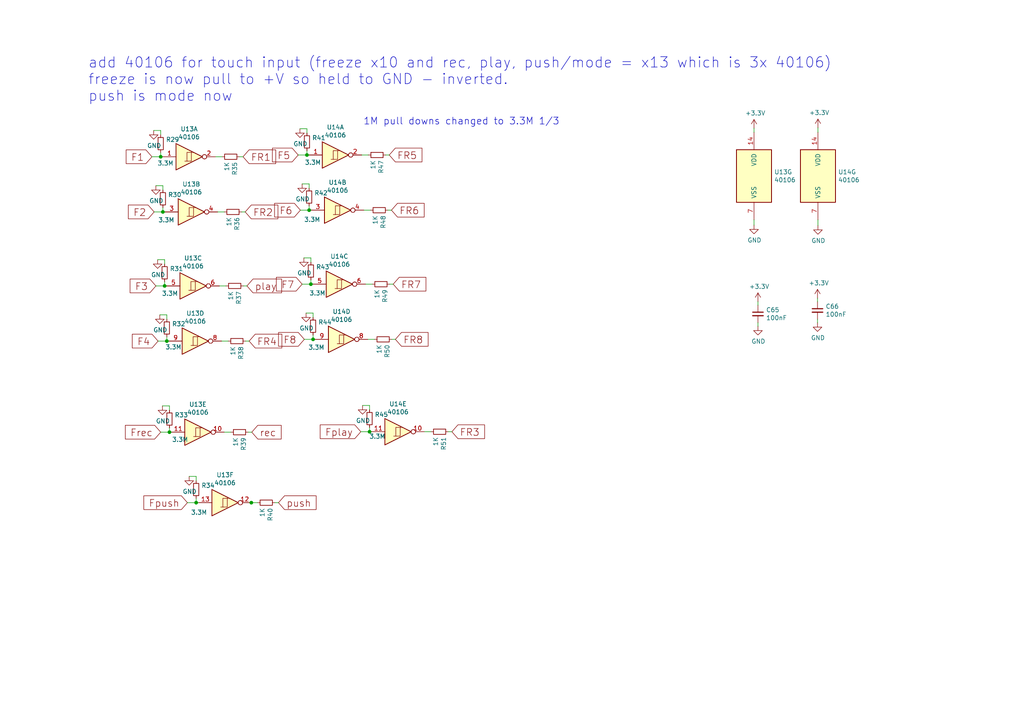
<source format=kicad_sch>
(kicad_sch (version 20211123) (generator eeschema)
  (paper "A4")
  (lib_symbols
    (symbol "4xxx:40106" (pin_names (offset 1.016))
      (property "Reference" "U" (at 0 1.27 0))
      (property "Value" "40106" (at 0 -1.27 0))
      (symbol "40106_1_0"
        (polyline (pts (xy -0.635 -1.27) (xy -0.635 1.27) (xy 0.635 1.27)))
        (polyline (pts (xy -3.81 3.81) (xy -3.81 -3.81) (xy 3.81 0) (xy -3.81 3.81)) (stroke (width 0.254)) (fill (type background)))
        (polyline (pts (xy -1.27 -1.27) (xy 0.635 -1.27) (xy 0.635 1.27) (xy 1.27 1.27)))
        (pin input line (at -7.62 0 0) (length 3.81) (name "~") (number "1"))
        (pin output inverted (at 7.62 0 180) (length 3.81) (name "~") (number "2"))
      )
      (symbol "40106_2_0"
        (polyline (pts (xy -0.635 -1.27) (xy -0.635 1.27) (xy 0.635 1.27)))
        (polyline (pts (xy -3.81 3.81) (xy -3.81 -3.81) (xy 3.81 0) (xy -3.81 3.81)) (stroke (width 0.254)) (fill (type background)))
        (polyline (pts (xy -1.27 -1.27) (xy 0.635 -1.27) (xy 0.635 1.27) (xy 1.27 1.27)))
        (pin input line (at -7.62 0 0) (length 3.81) (name "~") (number "3"))
        (pin output inverted (at 7.62 0 180) (length 3.81) (name "~") (number "4"))
      )
      (symbol "40106_3_0"
        (polyline (pts (xy -0.635 -1.27) (xy -0.635 1.27) (xy 0.635 1.27)))
        (polyline (pts (xy -3.81 3.81) (xy -3.81 -3.81) (xy 3.81 0) (xy -3.81 3.81)) (stroke (width 0.254)) (fill (type background)))
        (polyline (pts (xy -1.27 -1.27) (xy 0.635 -1.27) (xy 0.635 1.27) (xy 1.27 1.27)))
        (pin input line (at -7.62 0 0) (length 3.81) (name "~") (number "5"))
        (pin output inverted (at 7.62 0 180) (length 3.81) (name "~") (number "6"))
      )
      (symbol "40106_4_0"
        (polyline (pts (xy -0.635 -1.27) (xy -0.635 1.27) (xy 0.635 1.27)))
        (polyline (pts (xy -3.81 3.81) (xy -3.81 -3.81) (xy 3.81 0) (xy -3.81 3.81)) (stroke (width 0.254)) (fill (type background)))
        (polyline (pts (xy -1.27 -1.27) (xy 0.635 -1.27) (xy 0.635 1.27) (xy 1.27 1.27)))
        (pin output inverted (at 7.62 0 180) (length 3.81) (name "~") (number "8"))
        (pin input line (at -7.62 0 0) (length 3.81) (name "~") (number "9"))
      )
      (symbol "40106_5_0"
        (polyline (pts (xy -0.635 -1.27) (xy -0.635 1.27) (xy 0.635 1.27)))
        (polyline (pts (xy -3.81 3.81) (xy -3.81 -3.81) (xy 3.81 0) (xy -3.81 3.81)) (stroke (width 0.254)) (fill (type background)))
        (polyline (pts (xy -1.27 -1.27) (xy 0.635 -1.27) (xy 0.635 1.27) (xy 1.27 1.27)))
        (pin output inverted (at 7.62 0 180) (length 3.81) (name "~") (number "10"))
        (pin input line (at -7.62 0 0) (length 3.81) (name "~") (number "11"))
      )
      (symbol "40106_6_0"
        (polyline (pts (xy -0.635 -1.27) (xy -0.635 1.27) (xy 0.635 1.27)))
        (polyline (pts (xy -3.81 3.81) (xy -3.81 -3.81) (xy 3.81 0) (xy -3.81 3.81)) (stroke (width 0.254)) (fill (type background)))
        (polyline (pts (xy -1.27 -1.27) (xy 0.635 -1.27) (xy 0.635 1.27) (xy 1.27 1.27)))
        (pin output inverted (at 7.62 0 180) (length 3.81) (name "~") (number "12"))
        (pin input line (at -7.62 0 0) (length 3.81) (name "~") (number "13"))
      )
      (symbol "40106_7_0"
        (pin power_in line (at 0 12.7 270) (length 5.08) (name "VDD") (number "14"))
        (pin power_in line (at 0 -12.7 90) (length 5.08) (name "VSS") (number "7"))
      )
      (symbol "40106_7_1"
        (rectangle (start -5.08 7.62) (end 5.08 -7.62) (stroke (width 0.254)) (fill (type background)))
      )
    )
    (symbol "Device:C_Small" (pin_numbers hide) (pin_names (offset 0.254) hide)
      (property "Reference" "C" (at 0.254 1.778 0))
      (property "Value" "C_Small" (at 0.254 -2.032 0))
      (symbol "C_Small_0_1"
        (polyline (pts (xy -1.524 -0.508) (xy 1.524 -0.508)) (stroke (width 0.3302)))
        (polyline (pts (xy -1.524 0.508) (xy 1.524 0.508)) (stroke (width 0.3048)))
      )
      (symbol "C_Small_1_1"
        (pin passive line (at 0 2.54 270) (length 2.032) (name "~") (number "1"))
        (pin passive line (at 0 -2.54 90) (length 2.032) (name "~") (number "2"))
      )
    )
    (symbol "Device:R_Small" (pin_numbers hide) (pin_names (offset 0.254) hide)
      (property "Reference" "R" (at 0.762 0.508 0))
      (property "Value" "R_Small" (at 0.762 -1.016 0))
      (symbol "R_Small_0_1"
        (rectangle (start -0.762 1.778) (end 0.762 -1.778) (stroke (width 0.2032)))
      )
      (symbol "R_Small_1_1"
        (pin passive line (at 0 2.54 270) (length 0.762) (name "~") (number "1"))
        (pin passive line (at 0 -2.54 90) (length 0.762) (name "~") (number "2"))
      )
    )
    (symbol "power:+3.3V" (power) (pin_names (offset 0))
      (property "Value" "+3.3V" (at 0 3.556 0))
      (symbol "+3.3V_0_1"
        (polyline (pts (xy -0.762 1.27) (xy 0 2.54)))
        (polyline (pts (xy 0 0) (xy 0 2.54)))
        (polyline (pts (xy 0 2.54) (xy 0.762 1.27)))
      )
      (symbol "+3.3V_1_1"
        (pin power_in line (at 0 0 90) (length 0) hide (name "+3.3V") (number "1"))
      )
    )
    (symbol "power:GND" (power) (pin_names (offset 0))
      (property "Value" "GND" (at 0 -3.81 0))
      (symbol "GND_0_1"
        (polyline (pts (xy 0 0) (xy 0 -1.27) (xy 1.27 -1.27) (xy 0 -2.54) (xy -1.27 -1.27) (xy 0 -1.27)))
      )
      (symbol "GND_1_1"
        (pin power_in line (at 0 0 270) (length 0) hide (name "GND") (number "1"))
      )
    )
  )
  (junction (at 89.027 44.958))
  (junction (at 90.17 82.423))
  (junction (at 49.149 125.349))
  (junction (at 89.662 60.96))
  (junction (at 56.896 145.796))
  (junction (at 46.609 45.466))
  (junction (at 47.244 61.468))
  (junction (at 72.898 145.796))
  (junction (at 47.752 82.931))
  (junction (at 107.188 125.222))
  (junction (at 90.805 98.425))
  (junction (at 48.387 98.933))
  (wire (pts (xy 111.887 44.958) (xy 112.903 44.958)))
  (wire (pts (xy 124.968 125.222) (xy 123.063 125.222)))
  (wire (pts (xy 106.807 44.958) (xy 104.902 44.958)))
  (wire (pts (xy 46.609 44.196) (xy 46.609 45.466)))
  (wire (pts (xy 47.752 81.661) (xy 47.752 82.931)))
  (wire (pts (xy 107.442 60.96) (xy 105.537 60.96)))
  (wire (pts (xy 90.17 81.153) (xy 90.17 82.423)))
  (wire (pts (xy 107.188 123.952) (xy 107.188 125.222)))
  (wire (pts (xy 47.244 53.848) (xy 47.244 55.118)))
  (wire (pts (xy 74.676 145.796) (xy 72.898 145.796)))
  (wire (pts (xy 89.662 59.69) (xy 89.662 60.96)))
  (wire (pts (xy 49.149 125.349) (xy 49.784 125.349)))
  (wire (pts (xy 107.188 125.222) (xy 104.648 125.222)))
  (wire (pts (xy 47.752 82.931) (xy 48.387 82.931)))
  (wire (pts (xy 86.995 37.338) (xy 89.027 37.338)))
  (wire (pts (xy 56.896 144.526) (xy 56.896 145.796)))
  (wire (pts (xy 49.149 125.349) (xy 46.609 125.349)))
  (wire (pts (xy 56.896 138.176) (xy 56.896 139.446)))
  (wire (pts (xy 108.585 98.425) (xy 106.68 98.425)))
  (wire (pts (xy 89.027 37.338) (xy 89.027 38.608)))
  (wire (pts (xy 105.156 117.602) (xy 107.188 117.602)))
  (wire (pts (xy 56.896 145.796) (xy 57.658 145.796)))
  (wire (pts (xy 47.244 60.198) (xy 47.244 61.468)))
  (wire (pts (xy 66.167 98.933) (xy 64.262 98.933)))
  (wire (pts (xy 89.027 44.958) (xy 89.662 44.958)))
  (wire (pts (xy 89.027 44.958) (xy 86.487 44.958)))
  (wire (pts (xy 47.752 82.931) (xy 45.212 82.931)))
  (wire (pts (xy 49.149 124.079) (xy 49.149 125.349)))
  (wire (pts (xy 237.109 92.583) (xy 237.109 93.599)))
  (wire (pts (xy 47.244 61.468) (xy 44.704 61.468)))
  (wire (pts (xy 72.898 145.796) (xy 72.771 145.796)))
  (wire (pts (xy 88.138 74.803) (xy 90.17 74.803)))
  (wire (pts (xy 47.244 61.468) (xy 47.879 61.468)))
  (wire (pts (xy 218.694 63.754) (xy 218.694 65.278)))
  (wire (pts (xy 130.048 125.222) (xy 131.064 125.222)))
  (wire (pts (xy 107.188 117.602) (xy 107.188 118.872)))
  (wire (pts (xy 66.929 125.349) (xy 65.024 125.349)))
  (wire (pts (xy 219.837 93.599) (xy 219.837 94.615)))
  (wire (pts (xy 71.247 98.933) (xy 72.263 98.933)))
  (wire (pts (xy 237.236 63.754) (xy 237.236 65.405)))
  (wire (pts (xy 90.17 82.423) (xy 87.63 82.423)))
  (wire (pts (xy 65.024 61.468) (xy 63.119 61.468)))
  (wire (pts (xy 72.009 125.349) (xy 73.025 125.349)))
  (wire (pts (xy 89.662 60.96) (xy 87.122 60.96)))
  (wire (pts (xy 45.72 75.311) (xy 47.752 75.311)))
  (wire (pts (xy 70.104 61.468) (xy 71.12 61.468)))
  (wire (pts (xy 46.609 45.466) (xy 47.244 45.466)))
  (wire (pts (xy 107.188 125.222) (xy 107.823 125.222)))
  (wire (pts (xy 237.109 86.487) (xy 237.109 87.503)))
  (wire (pts (xy 90.805 98.425) (xy 88.265 98.425)))
  (wire (pts (xy 49.149 117.729) (xy 49.149 118.999)))
  (wire (pts (xy 87.63 53.34) (xy 89.662 53.34)))
  (wire (pts (xy 90.805 90.805) (xy 90.805 92.075)))
  (wire (pts (xy 90.805 97.155) (xy 90.805 98.425)))
  (wire (pts (xy 219.837 87.503) (xy 219.837 88.519)))
  (wire (pts (xy 56.896 145.796) (xy 54.356 145.796)))
  (wire (pts (xy 112.522 60.96) (xy 113.538 60.96)))
  (wire (pts (xy 237.236 37.084) (xy 237.236 38.354)))
  (wire (pts (xy 46.355 91.313) (xy 48.387 91.313)))
  (wire (pts (xy 218.694 37.211) (xy 218.694 38.354)))
  (wire (pts (xy 113.665 98.425) (xy 114.681 98.425)))
  (wire (pts (xy 54.864 138.176) (xy 56.896 138.176)))
  (wire (pts (xy 48.387 98.933) (xy 45.847 98.933)))
  (wire (pts (xy 47.117 117.729) (xy 49.149 117.729)))
  (wire (pts (xy 65.532 82.931) (xy 63.627 82.931)))
  (wire (pts (xy 113.03 82.423) (xy 114.046 82.423)))
  (wire (pts (xy 47.752 75.311) (xy 47.752 76.581)))
  (wire (pts (xy 45.212 53.848) (xy 47.244 53.848)))
  (wire (pts (xy 88.773 90.805) (xy 90.805 90.805)))
  (wire (pts (xy 107.95 82.423) (xy 106.045 82.423)))
  (wire (pts (xy 89.662 60.96) (xy 90.297 60.96)))
  (wire (pts (xy 48.387 91.313) (xy 48.387 92.583)))
  (wire (pts (xy 90.17 82.423) (xy 90.805 82.423)))
  (wire (pts (xy 79.756 145.796) (xy 80.772 145.796)))
  (wire (pts (xy 70.612 82.931) (xy 71.628 82.931)))
  (wire (pts (xy 48.387 98.933) (xy 49.022 98.933)))
  (wire (pts (xy 69.469 45.466) (xy 70.485 45.466)))
  (wire (pts (xy 90.805 98.425) (xy 91.44 98.425)))
  (wire (pts (xy 46.609 45.466) (xy 44.069 45.466)))
  (wire (pts (xy 48.387 97.663) (xy 48.387 98.933)))
  (wire (pts (xy 44.577 37.846) (xy 46.609 37.846)))
  (wire (pts (xy 90.17 74.803) (xy 90.17 76.073)))
  (wire (pts (xy 46.609 37.846) (xy 46.609 39.116)))
  (wire (pts (xy 64.389 45.466) (xy 62.484 45.466)))
  (wire (pts (xy 89.662 53.34) (xy 89.662 54.61)))
  (wire (pts (xy 89.027 43.688) (xy 89.027 44.958)))
  (text "1M pull downs changed to 3.3M 1/3" (at 105.3592 36.4744 0) (effects (font (size 2.0066 2.0066)) (justify left bottom)))
  (text "add 40106 for touch input (freeze x10 and rec, play, push/mode = x13 which is 3x 40106)\nfreeze is now pull to +V so held to GND - inverted.\npush is mode now" (at 25.527 29.718 0) (effects (font (size 2.9972 2.9972)) (justify left bottom)))
  (global_label "FR4" (shape input) (at 72.263 98.933 0) (effects (font (size 2.0066 2.0066))) (property "Intersheet References" "${INTERSHEET_REFS}" (effects hide)))
  (global_label "FR8" (shape input) (at 114.681 98.425 0) (effects (font (size 2.0066 2.0066))) (property "Intersheet References" "${INTERSHEET_REFS}" (effects hide)))
  (global_label "F5" (shape input) (at 86.487 44.958 180) (effects (font (size 2.0066 2.0066))) (property "Intersheet References" "${INTERSHEET_REFS}" (effects hide)))
  (global_label "FR2" (shape input) (at 71.12 61.468 0) (effects (font (size 2.0066 2.0066))) (property "Intersheet References" "${INTERSHEET_REFS}" (effects hide)))
  (global_label "FR3" (shape input) (at 131.064 125.222 0) (effects (font (size 2.0066 2.0066))) (property "Intersheet References" "${INTERSHEET_REFS}" (effects hide)))
  (global_label "F7" (shape input) (at 87.63 82.423 180) (effects (font (size 2.0066 2.0066))) (property "Intersheet References" "${INTERSHEET_REFS}" (effects hide)))
  (global_label "FR1" (shape input) (at 70.485 45.466 0) (effects (font (size 2.0066 2.0066))) (property "Intersheet References" "${INTERSHEET_REFS}" (effects hide)))
  (global_label "FR6" (shape input) (at 113.538 60.96 0) (effects (font (size 2.0066 2.0066))) (property "Intersheet References" "${INTERSHEET_REFS}" (effects hide)))
  (global_label "Frec" (shape input) (at 46.609 125.349 180) (effects (font (size 2.0066 2.0066))) (property "Intersheet References" "${INTERSHEET_REFS}" (effects hide)))
  (global_label "play" (shape input) (at 71.628 82.931 0) (effects (font (size 2.0066 2.0066))) (property "Intersheet References" "${INTERSHEET_REFS}" (effects hide)))
  (global_label "Fpush" (shape input) (at 54.356 145.796 180) (effects (font (size 2.0066 2.0066))) (property "Intersheet References" "${INTERSHEET_REFS}" (effects hide)))
  (global_label "push" (shape input) (at 80.772 145.796 0) (effects (font (size 2.0066 2.0066))) (property "Intersheet References" "${INTERSHEET_REFS}" (effects hide)))
  (global_label "F6" (shape input) (at 87.122 60.96 180) (effects (font (size 2.0066 2.0066))) (property "Intersheet References" "${INTERSHEET_REFS}" (effects hide)))
  (global_label "Fplay" (shape input) (at 104.648 125.222 180) (effects (font (size 2.0066 2.0066))) (property "Intersheet References" "${INTERSHEET_REFS}" (effects hide)))
  (global_label "FR5" (shape input) (at 112.903 44.958 0) (effects (font (size 2.0066 2.0066))) (property "Intersheet References" "${INTERSHEET_REFS}" (effects hide)))
  (global_label "F4" (shape input) (at 45.847 98.933 180) (effects (font (size 2.0066 2.0066))) (property "Intersheet References" "${INTERSHEET_REFS}" (effects hide)))
  (global_label "FR7" (shape input) (at 114.046 82.423 0) (effects (font (size 2.0066 2.0066))) (property "Intersheet References" "${INTERSHEET_REFS}" (effects hide)))
  (global_label "F1" (shape input) (at 44.069 45.466 180) (effects (font (size 2.0066 2.0066))) (property "Intersheet References" "${INTERSHEET_REFS}" (effects hide)))
  (global_label "F3" (shape input) (at 45.212 82.931 180) (effects (font (size 2.0066 2.0066))) (property "Intersheet References" "${INTERSHEET_REFS}" (effects hide)))
  (global_label "F2" (shape input) (at 44.704 61.468 180) (effects (font (size 2.0066 2.0066))) (property "Intersheet References" "${INTERSHEET_REFS}" (effects hide)))
  (global_label "rec" (shape input) (at 73.025 125.349 0) (effects (font (size 2.0066 2.0066))) (property "Intersheet References" "${INTERSHEET_REFS}" (effects hide)))
  (global_label "F8" (shape input) (at 88.265 98.425 180) (effects (font (size 2.0066 2.0066))) (property "Intersheet References" "${INTERSHEET_REFS}" (effects hide)))
  (symbol (lib_id "Device:R_Small") (at 46.609 41.656 0) (unit 1)
    (property "Reference" "R29" (at 48.1076 40.4876 0) (effects (justify left)))
    (property "Value" "3.3M" (at 45.6692 47.3456 0) (effects (justify left)))
    (property "Footprint" "Resistors_SMD:R_0805" (effects hide))
  )
  (symbol (lib_id "4xxx:40106") (at 54.864 45.466 0) (unit 1)
    (property "Reference" "U13" (at 54.864 37.4142 0))
    (property "Value" "40106" (at 54.864 39.7256 0))
    (property "Footprint" "Housings_SOIC:SOIC-14_3.9x8.7mm_Pitch1.27mm" (effects hide))
    (property "Datasheet" "http://www.nxp.com/documents/data_sheet/HEF40106B.pdf" (effects hide))
  )
  (symbol (lib_id "Device:R_Small") (at 66.929 45.466 270) (unit 1)
    (property "Reference" "R35" (at 68.0974 46.9646 0) (effects (justify left)))
    (property "Value" "1K" (at 65.786 46.9646 0) (effects (justify left)))
    (property "Footprint" "Resistors_SMD:R_0805" (effects hide))
  )
  (symbol (lib_id "Device:R_Small") (at 47.244 57.658 0) (unit 1)
    (property "Reference" "R30" (at 48.7426 56.4896 0) (effects (justify left)))
    (property "Value" "3.3M" (at 45.8724 63.8048 0) (effects (justify left)))
    (property "Footprint" "Resistors_SMD:R_0805" (effects hide))
  )
  (symbol (lib_id "Device:R_Small") (at 67.564 61.468 270) (unit 1)
    (property "Reference" "R36" (at 68.7324 62.9666 0) (effects (justify left)))
    (property "Value" "1K" (at 66.421 62.9666 0) (effects (justify left)))
    (property "Footprint" "Resistors_SMD:R_0805" (effects hide))
  )
  (symbol (lib_id "Device:R_Small") (at 47.752 79.121 0) (unit 1)
    (property "Reference" "R31" (at 49.2506 77.9526 0) (effects (justify left)))
    (property "Value" "3.3M" (at 46.9392 85.1154 0) (effects (justify left)))
    (property "Footprint" "Resistors_SMD:R_0805" (effects hide))
  )
  (symbol (lib_id "Device:R_Small") (at 68.072 82.931 270) (unit 1)
    (property "Reference" "R37" (at 69.2404 84.4296 0) (effects (justify left)))
    (property "Value" "1K" (at 66.929 84.4296 0) (effects (justify left)))
    (property "Footprint" "Resistors_SMD:R_0805" (effects hide))
  )
  (symbol (lib_id "Device:R_Small") (at 48.387 95.123 0) (unit 1)
    (property "Reference" "R32" (at 49.8856 93.9546 0) (effects (justify left)))
    (property "Value" "3.3M" (at 47.9552 100.6602 0) (effects (justify left)))
    (property "Footprint" "Resistors_SMD:R_0805" (effects hide))
  )
  (symbol (lib_id "Device:R_Small") (at 68.707 98.933 270) (unit 1)
    (property "Reference" "R38" (at 69.8754 100.4316 0) (effects (justify left)))
    (property "Value" "1K" (at 67.564 100.4316 0) (effects (justify left)))
    (property "Footprint" "Resistors_SMD:R_0805" (effects hide))
  )
  (symbol (lib_id "Device:R_Small") (at 89.027 41.148 0) (unit 1)
    (property "Reference" "R41" (at 90.5256 39.9796 0) (effects (justify left)))
    (property "Value" "3.3M" (at 88.392 47.117 0) (effects (justify left)))
    (property "Footprint" "Resistors_SMD:R_0805" (effects hide))
  )
  (symbol (lib_id "Device:R_Small") (at 109.347 44.958 270) (unit 1)
    (property "Reference" "R47" (at 110.5154 46.4566 0) (effects (justify left)))
    (property "Value" "1K" (at 108.204 46.4566 0) (effects (justify left)))
    (property "Footprint" "Resistors_SMD:R_0805" (effects hide))
  )
  (symbol (lib_id "Device:R_Small") (at 89.662 57.15 0) (unit 1)
    (property "Reference" "R42" (at 91.1606 55.9816 0) (effects (justify left)))
    (property "Value" "3.3M" (at 88.1888 63.6778 0) (effects (justify left)))
    (property "Footprint" "Resistors_SMD:R_0805" (effects hide))
  )
  (symbol (lib_id "Device:R_Small") (at 109.982 60.96 270) (unit 1)
    (property "Reference" "R48" (at 111.1504 62.4586 0) (effects (justify left)))
    (property "Value" "1K" (at 108.839 62.4586 0) (effects (justify left)))
    (property "Footprint" "Resistors_SMD:R_0805" (effects hide))
  )
  (symbol (lib_id "Device:R_Small") (at 90.17 78.613 0) (unit 1)
    (property "Reference" "R43" (at 91.6686 77.4446 0) (effects (justify left)))
    (property "Value" "3.3M" (at 89.7128 85.0138 0) (effects (justify left)))
    (property "Footprint" "Resistors_SMD:R_0805" (effects hide))
  )
  (symbol (lib_id "Device:R_Small") (at 110.49 82.423 270) (unit 1)
    (property "Reference" "R49" (at 111.6584 83.9216 0) (effects (justify left)))
    (property "Value" "1K" (at 109.347 83.9216 0) (effects (justify left)))
    (property "Footprint" "Resistors_SMD:R_0805" (effects hide))
  )
  (symbol (lib_id "Device:R_Small") (at 90.805 94.615 0) (unit 1)
    (property "Reference" "R44" (at 92.3036 93.4466 0) (effects (justify left)))
    (property "Value" "3.3M" (at 89.408 100.7618 0) (effects (justify left)))
    (property "Footprint" "Resistors_SMD:R_0805" (effects hide))
  )
  (symbol (lib_id "Device:R_Small") (at 111.125 98.425 270) (unit 1)
    (property "Reference" "R50" (at 112.2934 99.9236 0) (effects (justify left)))
    (property "Value" "1K" (at 109.982 99.9236 0) (effects (justify left)))
    (property "Footprint" "Resistors_SMD:R_0805" (effects hide))
  )
  (symbol (lib_id "4xxx:40106") (at 97.282 44.958 0) (unit 1)
    (property "Reference" "U14" (at 97.282 36.9062 0))
    (property "Value" "40106" (at 97.282 39.2176 0))
    (property "Footprint" "Housings_SOIC:SOIC-14_3.9x8.7mm_Pitch1.27mm" (effects hide))
    (property "Datasheet" "http://www.nxp.com/documents/data_sheet/HEF40106B.pdf" (effects hide))
  )
  (symbol (lib_id "4xxx:40106") (at 55.499 61.468 0) (unit 2)
    (property "Reference" "U13" (at 55.499 53.4162 0))
    (property "Value" "40106" (at 55.499 55.7276 0))
    (property "Footprint" "Housings_SOIC:SOIC-14_3.9x8.7mm_Pitch1.27mm" (effects hide))
    (property "Datasheet" "http://www.nxp.com/documents/data_sheet/HEF40106B.pdf" (effects hide))
  )
  (symbol (lib_id "4xxx:40106") (at 97.917 60.96 0) (unit 2)
    (property "Reference" "U14" (at 97.917 52.9082 0))
    (property "Value" "40106" (at 97.917 55.2196 0))
    (property "Footprint" "Housings_SOIC:SOIC-14_3.9x8.7mm_Pitch1.27mm" (effects hide))
    (property "Datasheet" "http://www.nxp.com/documents/data_sheet/HEF40106B.pdf" (effects hide))
  )
  (symbol (lib_id "4xxx:40106") (at 98.425 82.423 0) (unit 3)
    (property "Reference" "U14" (at 98.425 74.3712 0))
    (property "Value" "40106" (at 98.425 76.6826 0))
    (property "Footprint" "Housings_SOIC:SOIC-14_3.9x8.7mm_Pitch1.27mm" (effects hide))
    (property "Datasheet" "http://www.nxp.com/documents/data_sheet/HEF40106B.pdf" (effects hide))
  )
  (symbol (lib_id "4xxx:40106") (at 99.06 98.425 0) (unit 4)
    (property "Reference" "U14" (at 99.06 90.3732 0))
    (property "Value" "40106" (at 99.06 92.6846 0))
    (property "Footprint" "Housings_SOIC:SOIC-14_3.9x8.7mm_Pitch1.27mm" (effects hide))
    (property "Datasheet" "http://www.nxp.com/documents/data_sheet/HEF40106B.pdf" (effects hide))
  )
  (symbol (lib_id "4xxx:40106") (at 56.642 98.933 0) (unit 4)
    (property "Reference" "U13" (at 56.642 90.8812 0))
    (property "Value" "40106" (at 56.642 93.1926 0))
    (property "Footprint" "Housings_SOIC:SOIC-14_3.9x8.7mm_Pitch1.27mm" (effects hide))
    (property "Datasheet" "http://www.nxp.com/documents/data_sheet/HEF40106B.pdf" (effects hide))
  )
  (symbol (lib_id "4xxx:40106") (at 56.007 82.931 0) (unit 3)
    (property "Reference" "U13" (at 56.007 74.8792 0))
    (property "Value" "40106" (at 56.007 77.1906 0))
    (property "Footprint" "Housings_SOIC:SOIC-14_3.9x8.7mm_Pitch1.27mm" (effects hide))
    (property "Datasheet" "http://www.nxp.com/documents/data_sheet/HEF40106B.pdf" (effects hide))
  )
  (symbol (lib_id "4xxx:40106") (at 115.443 125.222 0) (unit 5)
    (property "Reference" "U14" (at 115.443 117.1702 0))
    (property "Value" "40106" (at 115.443 119.4816 0))
    (property "Footprint" "Housings_SOIC:SOIC-14_3.9x8.7mm_Pitch1.27mm" (effects hide))
    (property "Datasheet" "http://www.nxp.com/documents/data_sheet/HEF40106B.pdf" (effects hide))
  )
  (symbol (lib_id "4xxx:40106") (at 57.404 125.349 0) (unit 5)
    (property "Reference" "U13" (at 57.404 117.2972 0))
    (property "Value" "40106" (at 57.404 119.6086 0))
    (property "Footprint" "Housings_SOIC:SOIC-14_3.9x8.7mm_Pitch1.27mm" (effects hide))
    (property "Datasheet" "http://www.nxp.com/documents/data_sheet/HEF40106B.pdf" (effects hide))
  )
  (symbol (lib_id "Device:R_Small") (at 49.149 121.539 0) (unit 1)
    (property "Reference" "R33" (at 50.6476 120.3706 0) (effects (justify left)))
    (property "Value" "3.3M" (at 49.8856 127.4826 0) (effects (justify left)))
    (property "Footprint" "Resistors_SMD:R_0805" (effects hide))
  )
  (symbol (lib_id "Device:R_Small") (at 69.469 125.349 270) (unit 1)
    (property "Reference" "R39" (at 70.6374 126.8476 0) (effects (justify left)))
    (property "Value" "1K" (at 68.326 126.8476 0) (effects (justify left)))
    (property "Footprint" "Resistors_SMD:R_0805" (effects hide))
  )
  (symbol (lib_id "Device:R_Small") (at 107.188 121.412 0) (unit 1)
    (property "Reference" "R45" (at 108.6866 120.2436 0) (effects (justify left)))
    (property "Value" "3.3M" (at 107.0864 126.5682 0) (effects (justify left)))
    (property "Footprint" "Resistors_SMD:R_0805" (effects hide))
  )
  (symbol (lib_id "Device:R_Small") (at 127.508 125.222 270) (unit 1)
    (property "Reference" "R51" (at 128.6764 126.7206 0) (effects (justify left)))
    (property "Value" "1K" (at 126.365 126.7206 0) (effects (justify left)))
    (property "Footprint" "Resistors_SMD:R_0805" (effects hide))
  )
  (symbol (lib_id "4xxx:40106") (at 218.694 51.054 0) (unit 7)
    (property "Reference" "U13" (at 224.536 49.8856 0) (effects (justify left)))
    (property "Value" "40106" (at 224.536 52.197 0) (effects (justify left)))
    (property "Footprint" "Housings_SOIC:SOIC-14_3.9x8.7mm_Pitch1.27mm" (effects hide))
    (property "Datasheet" "http://www.nxp.com/documents/data_sheet/HEF40106B.pdf" (effects hide))
  )
  (symbol (lib_id "4xxx:40106") (at 237.236 51.054 0) (unit 7)
    (property "Reference" "U14" (at 243.078 49.8856 0) (effects (justify left)))
    (property "Value" "40106" (at 243.078 52.197 0) (effects (justify left)))
    (property "Footprint" "Housings_SOIC:SOIC-14_3.9x8.7mm_Pitch1.27mm" (effects hide))
    (property "Datasheet" "http://www.nxp.com/documents/data_sheet/HEF40106B.pdf" (effects hide))
  )
  (symbol (lib_id "power:GND") (at 218.694 65.278 0) (unit 1)
    (property "Reference" "#PWR088" (effects hide))
    (property "Value" "GND" (at 218.821 69.6722 0))
  )
  (symbol (lib_id "power:GND") (at 237.236 65.405 0) (unit 1)
    (property "Reference" "#PWR090" (effects hide))
    (property "Value" "GND" (at 237.363 69.7992 0))
  )
  (symbol (lib_id "power:+3.3V") (at 218.694 37.211 0) (unit 1)
    (property "Reference" "#PWR087" (effects hide))
    (property "Value" "+3.3V" (at 219.075 32.8168 0))
  )
  (symbol (lib_id "power:+3.3V") (at 237.236 37.084 0) (unit 1)
    (property "Reference" "#PWR089" (effects hide))
    (property "Value" "+3.3V" (at 237.617 32.6898 0))
  )
  (symbol (lib_id "Device:R_Small") (at 56.896 141.986 0) (unit 1)
    (property "Reference" "R34" (at 58.3946 140.8176 0) (effects (justify left)))
    (property "Value" "3.3M" (at 55.372 148.6154 0) (effects (justify left)))
    (property "Footprint" "Resistors_SMD:R_0805" (effects hide))
  )
  (symbol (lib_id "Device:R_Small") (at 77.216 145.796 270) (unit 1)
    (property "Reference" "R40" (at 78.3844 147.2946 0) (effects (justify left)))
    (property "Value" "1K" (at 76.073 147.2946 0) (effects (justify left)))
    (property "Footprint" "Resistors_SMD:R_0805" (effects hide))
  )
  (symbol (lib_id "4xxx:40106") (at 65.278 145.796 0) (unit 6)
    (property "Reference" "U13" (at 65.278 137.7442 0))
    (property "Value" "40106" (at 65.278 140.0556 0))
    (property "Footprint" "Housings_SOIC:SOIC-14_3.9x8.7mm_Pitch1.27mm" (effects hide))
    (property "Datasheet" "http://www.nxp.com/documents/data_sheet/HEF40106B.pdf" (effects hide))
  )
  (symbol (lib_id "Device:C_Small") (at 219.837 91.059 0) (unit 1)
    (property "Reference" "C65" (at 222.1738 89.8906 0) (effects (justify left)))
    (property "Value" "100nF" (at 222.1738 92.202 0) (effects (justify left)))
    (property "Footprint" "Capacitors_SMD:C_0805" (effects hide))
  )
  (symbol (lib_id "power:GND") (at 219.837 94.615 0) (unit 1)
    (property "Reference" "#PWR0173" (effects hide))
    (property "Value" "GND" (at 219.964 99.0092 0))
  )
  (symbol (lib_id "power:+3.3V") (at 219.837 87.503 0) (unit 1)
    (property "Reference" "#PWR0174" (effects hide))
    (property "Value" "+3.3V" (at 220.218 83.1088 0))
  )
  (symbol (lib_id "Device:C_Small") (at 237.109 90.043 0) (unit 1)
    (property "Reference" "C66" (at 239.4458 88.8746 0) (effects (justify left)))
    (property "Value" "100nF" (at 239.4458 91.186 0) (effects (justify left)))
    (property "Footprint" "Capacitors_SMD:C_0805" (effects hide))
  )
  (symbol (lib_id "power:GND") (at 237.109 93.599 0) (unit 1)
    (property "Reference" "#PWR0175" (effects hide))
    (property "Value" "GND" (at 237.236 97.9932 0))
  )
  (symbol (lib_id "power:+3.3V") (at 237.109 86.487 0) (unit 1)
    (property "Reference" "#PWR0176" (effects hide))
    (property "Value" "+3.3V" (at 237.49 82.0928 0))
  )
  (symbol (lib_id "power:GND") (at 44.577 37.846 0) (unit 1)
    (property "Reference" "#PWR0101" (effects hide))
    (property "Value" "GND" (at 44.704 42.2402 0))
  )
  (symbol (lib_id "power:GND") (at 86.995 37.338 0) (unit 1)
    (property "Reference" "#PWR0102" (effects hide))
    (property "Value" "GND" (at 87.122 41.7322 0))
  )
  (symbol (lib_id "power:GND") (at 45.212 53.848 0) (unit 1)
    (property "Reference" "#PWR0103" (effects hide))
    (property "Value" "GND" (at 45.339 58.2422 0))
  )
  (symbol (lib_id "power:GND") (at 45.72 75.311 0) (unit 1)
    (property "Reference" "#PWR0104" (effects hide))
    (property "Value" "GND" (at 45.847 79.7052 0))
  )
  (symbol (lib_id "power:GND") (at 46.355 91.313 0) (unit 1)
    (property "Reference" "#PWR0105" (effects hide))
    (property "Value" "GND" (at 46.482 95.7072 0))
  )
  (symbol (lib_id "power:GND") (at 88.773 90.805 0) (unit 1)
    (property "Reference" "#PWR0106" (effects hide))
    (property "Value" "GND" (at 88.9 95.1992 0))
  )
  (symbol (lib_id "power:GND") (at 88.138 74.803 0) (unit 1)
    (property "Reference" "#PWR0107" (effects hide))
    (property "Value" "GND" (at 88.265 79.1972 0))
  )
  (symbol (lib_id "power:GND") (at 87.63 53.34 0) (unit 1)
    (property "Reference" "#PWR0108" (effects hide))
    (property "Value" "GND" (at 87.757 57.7342 0))
  )
  (symbol (lib_id "power:GND") (at 105.156 117.602 0) (unit 1)
    (property "Reference" "#PWR0109" (effects hide))
    (property "Value" "GND" (at 105.283 121.9962 0))
  )
  (symbol (lib_id "power:GND") (at 47.117 117.729 0) (unit 1)
    (property "Reference" "#PWR0110" (effects hide))
    (property "Value" "GND" (at 47.244 122.1232 0))
  )
  (symbol (lib_id "power:GND") (at 54.864 138.176 0) (unit 1)
    (property "Reference" "#PWR0111" (effects hide))
    (property "Value" "GND" (at 54.991 142.5702 0))
  )
)
</source>
